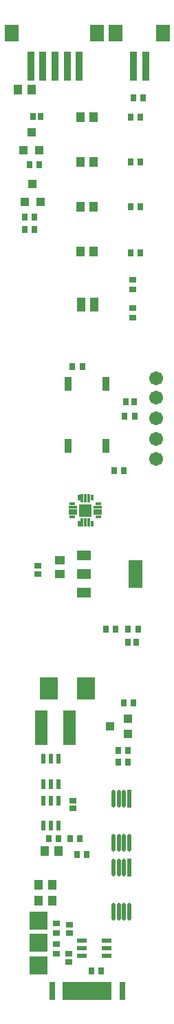
<source format=gts>
%FSLAX25Y25*%
%MOIN*%
G70*
G01*
G75*
G04 Layer_Color=8388736*
%ADD10R,0.07874X0.10000*%
%ADD11R,0.02756X0.06102*%
%ADD12R,0.02756X0.13386*%
%ADD13R,0.06299X0.07480*%
%ADD14R,0.03150X0.03937*%
%ADD15R,0.03150X0.03543*%
%ADD16R,0.03150X0.03543*%
%ADD17C,0.05906*%
%ADD18R,0.05118X0.15748*%
%ADD19R,0.03150X0.02559*%
%ADD20R,0.02362X0.00787*%
%ADD21R,0.03150X0.00787*%
%ADD22R,0.00787X0.02362*%
%ADD23R,0.00787X0.03150*%
%ADD24R,0.05118X0.05118*%
%ADD25R,0.05906X0.03937*%
%ADD26R,0.05906X0.12992*%
%ADD27R,0.01063X0.07874*%
%ADD28R,0.02362X0.07874*%
%ADD29R,0.02165X0.02559*%
%ADD30R,0.01575X0.03937*%
%ADD31R,0.02362X0.02756*%
%ADD32R,0.03937X0.01575*%
%ADD33R,0.01181X0.07874*%
%ADD34O,0.01181X0.07874*%
%ADD35R,0.02559X0.02165*%
%ADD36R,0.03543X0.03150*%
%ADD37R,0.03543X0.03150*%
%ADD38R,0.02756X0.02362*%
%ADD39R,0.03937X0.03150*%
%ADD40R,0.07874X0.07874*%
%ADD41C,0.00787*%
%ADD42C,0.01000*%
%ADD43C,0.02362*%
%ADD44C,0.01181*%
%ADD45C,0.01575*%
%ADD46C,0.03150*%
%ADD47C,0.01969*%
%ADD48C,0.00591*%
%ADD49C,0.00197*%
%ADD50C,0.00600*%
%ADD51C,0.00500*%
%ADD52C,0.00394*%
%ADD53C,0.01200*%
%ADD54C,0.00709*%
%ADD55R,0.08674X0.10800*%
%ADD56R,0.03556X0.06902*%
%ADD57R,0.03556X0.14186*%
%ADD58R,0.07099X0.08280*%
%ADD59R,0.03950X0.04737*%
%ADD60R,0.03950X0.04343*%
%ADD61R,0.03950X0.04343*%
%ADD62C,0.06706*%
%ADD63R,0.05918X0.16548*%
%ADD64R,0.03950X0.03359*%
%ADD65R,0.03162X0.01587*%
%ADD66R,0.03950X0.01587*%
%ADD67R,0.01587X0.03162*%
%ADD68R,0.01587X0.03950*%
%ADD69R,0.05918X0.05918*%
%ADD70R,0.06706X0.04737*%
%ADD71R,0.06706X0.13792*%
%ADD72R,0.01863X0.08674*%
%ADD73R,0.03162X0.08674*%
%ADD74R,0.02965X0.03359*%
%ADD75R,0.02375X0.04737*%
%ADD76R,0.03162X0.03556*%
%ADD77R,0.04737X0.02375*%
%ADD78R,0.01981X0.08674*%
%ADD79O,0.01981X0.08674*%
%ADD80R,0.03359X0.02965*%
%ADD81R,0.04343X0.03950*%
%ADD82R,0.04343X0.03950*%
%ADD83R,0.03556X0.03162*%
%ADD84R,0.04737X0.03950*%
%ADD85R,0.08674X0.08674*%
D55*
X22943Y-325270D02*
D03*
X40660D02*
D03*
D56*
X32283Y-207677D02*
D03*
Y-177953D02*
D03*
X50394Y-207677D02*
D03*
Y-177953D02*
D03*
D57*
X37600Y-24027D02*
D03*
X31695D02*
D03*
X25789D02*
D03*
X19884D02*
D03*
X13978D02*
D03*
X63736Y-24098D02*
D03*
X69642D02*
D03*
D58*
X4687Y-8049D02*
D03*
X46183D02*
D03*
X55272Y-8120D02*
D03*
X78067D02*
D03*
D59*
X14356Y-35630D02*
D03*
X7664D02*
D03*
X17784Y-420130D02*
D03*
X24476D02*
D03*
X44436Y-48833D02*
D03*
X38137D02*
D03*
X44426Y-70423D02*
D03*
X38127D02*
D03*
X44436Y-92073D02*
D03*
X38137D02*
D03*
X44436Y-113903D02*
D03*
X38137D02*
D03*
X20784Y-403930D02*
D03*
X27477D02*
D03*
X17864Y-427740D02*
D03*
X24556D02*
D03*
D60*
X61191Y-347290D02*
D03*
X52530Y-343550D02*
D03*
D61*
X61191Y-339810D02*
D03*
D62*
X74810Y-194340D02*
D03*
Y-175140D02*
D03*
Y-214052D02*
D03*
Y-184520D02*
D03*
Y-204319D02*
D03*
D63*
X32644Y-344223D02*
D03*
X19259D02*
D03*
D64*
X38560Y-141080D02*
D03*
X44859D02*
D03*
X38560Y-137733D02*
D03*
X44859D02*
D03*
D65*
X46794Y-242203D02*
D03*
Y-235904D02*
D03*
X34195D02*
D03*
Y-242203D02*
D03*
D66*
X46400Y-240628D02*
D03*
Y-239053D02*
D03*
Y-237478D02*
D03*
X34589D02*
D03*
Y-239053D02*
D03*
Y-240628D02*
D03*
D67*
X43644Y-232754D02*
D03*
X37345D02*
D03*
Y-245352D02*
D03*
X43644D02*
D03*
D68*
X42069Y-233148D02*
D03*
X40494D02*
D03*
X38920D02*
D03*
Y-244959D02*
D03*
X40494D02*
D03*
X42069D02*
D03*
D69*
X40494Y-239053D02*
D03*
D70*
X39918Y-260795D02*
D03*
Y-269850D02*
D03*
Y-278905D02*
D03*
D71*
X64722Y-269850D02*
D03*
D72*
X42414Y-471340D02*
D03*
X30603D02*
D03*
X32572D02*
D03*
X34540D02*
D03*
X36509D02*
D03*
X38477D02*
D03*
X40446D02*
D03*
X44383D02*
D03*
X46351D02*
D03*
X48320D02*
D03*
X50288D02*
D03*
X52257D02*
D03*
D73*
X24422D02*
D03*
X58438D02*
D03*
D74*
X15010Y-48560D02*
D03*
X18947D02*
D03*
X61260Y-302680D02*
D03*
X65197D02*
D03*
X64220Y-186580D02*
D03*
X60283D02*
D03*
D75*
X20040Y-379338D02*
D03*
X27520D02*
D03*
X23780D02*
D03*
Y-391542D02*
D03*
X27520D02*
D03*
X20040D02*
D03*
X27520Y-371362D02*
D03*
X20040D02*
D03*
X23780D02*
D03*
Y-359158D02*
D03*
X20040D02*
D03*
X27520D02*
D03*
D76*
X11170Y-97050D02*
D03*
X15894D02*
D03*
X18042Y-71650D02*
D03*
X13318D02*
D03*
X11170Y-103000D02*
D03*
X15894D02*
D03*
X63682Y-332130D02*
D03*
X58958D02*
D03*
X36328Y-405500D02*
D03*
X41052D02*
D03*
X37732Y-397730D02*
D03*
X33008D02*
D03*
X61102Y-355020D02*
D03*
X56378D02*
D03*
X27492Y-397720D02*
D03*
X22768D02*
D03*
X61192Y-360710D02*
D03*
X56468D02*
D03*
X43338Y-461730D02*
D03*
X48062D02*
D03*
X67072Y-114340D02*
D03*
X62348D02*
D03*
X67072Y-92070D02*
D03*
X62348D02*
D03*
X67072Y-70460D02*
D03*
X62348D02*
D03*
X67072Y-48890D02*
D03*
X62348D02*
D03*
X34258Y-169340D02*
D03*
X38982D02*
D03*
X59022Y-219680D02*
D03*
X54298D02*
D03*
X68492Y-39450D02*
D03*
X63768D02*
D03*
X55082Y-296460D02*
D03*
X50358D02*
D03*
X65992D02*
D03*
X61268D02*
D03*
X59595Y-193380D02*
D03*
X64320D02*
D03*
D77*
X38718Y-454520D02*
D03*
Y-447040D02*
D03*
Y-450780D02*
D03*
X50922D02*
D03*
Y-447040D02*
D03*
Y-454520D02*
D03*
D78*
X61813Y-411956D02*
D03*
Y-378416D02*
D03*
D79*
X59254Y-411956D02*
D03*
X56695D02*
D03*
X54136D02*
D03*
X61813Y-433216D02*
D03*
X59254D02*
D03*
X56695D02*
D03*
X54136D02*
D03*
X59254Y-378416D02*
D03*
X56695D02*
D03*
X54136D02*
D03*
X61813Y-399676D02*
D03*
X59254D02*
D03*
X56695D02*
D03*
X54136D02*
D03*
D80*
X32450Y-453520D02*
D03*
Y-457457D02*
D03*
X32650Y-443470D02*
D03*
Y-439533D02*
D03*
X17330Y-269840D02*
D03*
Y-265903D02*
D03*
X34440Y-383280D02*
D03*
Y-379343D02*
D03*
D81*
X11170Y-89911D02*
D03*
X14910Y-81250D02*
D03*
X10570Y-64811D02*
D03*
X14310Y-56150D02*
D03*
D82*
X18650Y-89911D02*
D03*
X18050Y-64811D02*
D03*
D83*
X26600Y-438780D02*
D03*
Y-443504D02*
D03*
Y-448778D02*
D03*
Y-453502D02*
D03*
X63550Y-132212D02*
D03*
Y-127488D02*
D03*
Y-141068D02*
D03*
Y-145792D02*
D03*
D84*
X28150Y-269847D02*
D03*
Y-263154D02*
D03*
D85*
X17890Y-437460D02*
D03*
Y-448247D02*
D03*
Y-459035D02*
D03*
M02*

</source>
